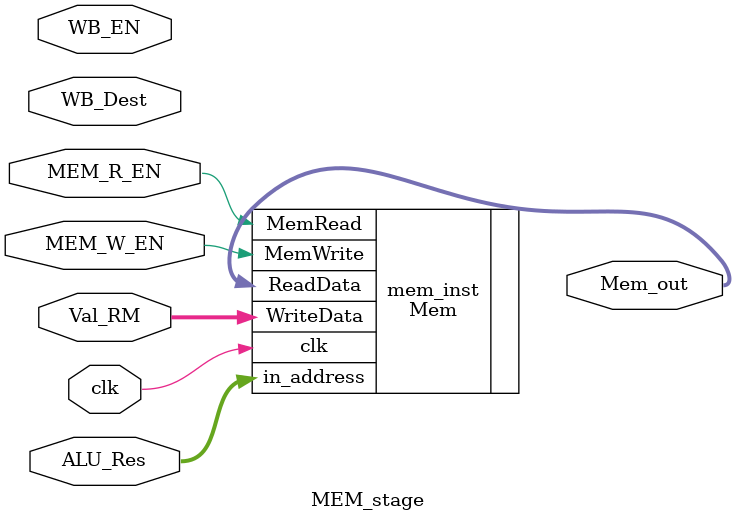
<source format=v>
module MEM_stage (
    input clk,
    input WB_EN,
    input MEM_R_EN,
    input MEM_W_EN,
    input [31:0] ALU_Res,
    input [31:0] Val_RM,
    input [3:0] WB_Dest,

    output wire [31:0] Mem_out

);


Mem   mem_inst  (.clk(clk),
         .MemRead(MEM_R_EN),
         .MemWrite(MEM_W_EN),
         .in_address(ALU_Res),
         .WriteData(Val_RM),
         .ReadData(Mem_out)
         );


    
endmodule
</source>
